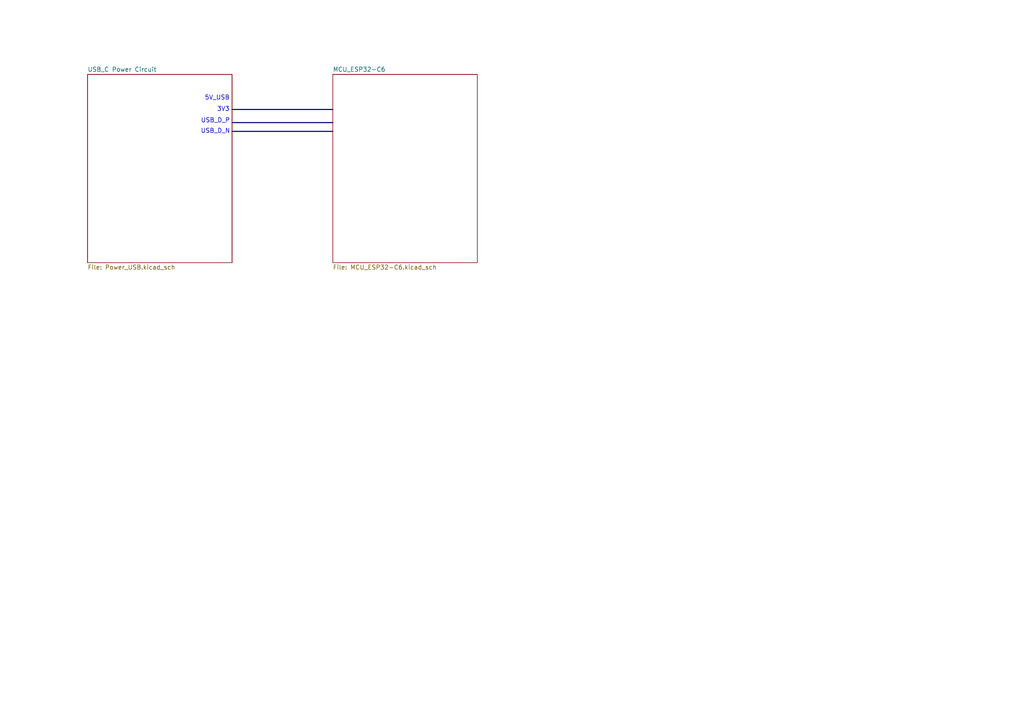
<source format=kicad_sch>
(kicad_sch
	(version 20231120)
	(generator "eeschema")
	(generator_version "8.0")
	(uuid "bd736b67-78b5-4b44-8bc5-938ac4442862")
	(paper "A4")
	(lib_symbols)
	(bus
		(pts
			(xy 67.31 38.1) (xy 96.52 38.1)
		)
		(stroke
			(width 0)
			(type default)
		)
		(uuid "4b6afdc5-9409-43a7-a06a-9f8151acd259")
	)
	(bus
		(pts
			(xy 67.31 35.56) (xy 96.52 35.56)
		)
		(stroke
			(width 0)
			(type default)
		)
		(uuid "73dcff14-0597-4b0f-b4e8-008eb88dde4d")
	)
	(bus
		(pts
			(xy 67.31 31.75) (xy 96.52 31.75)
		)
		(stroke
			(width 0)
			(type default)
		)
		(uuid "a4018fc8-1536-48a9-94d9-accc3421fad9")
	)
	(text "USB_D_P"
		(exclude_from_sim no)
		(at 62.484 35.052 0)
		(effects
			(font
				(size 1.27 1.27)
			)
		)
		(uuid "146d1ad1-c82d-45f3-a271-8c04d2a01462")
	)
	(text "3V3"
		(exclude_from_sim no)
		(at 64.77 31.75 0)
		(effects
			(font
				(size 1.27 1.27)
			)
		)
		(uuid "609a202c-fed8-4202-a01a-e6c8b5f4322a")
	)
	(text "5V_USB\n"
		(exclude_from_sim no)
		(at 62.992 28.448 0)
		(effects
			(font
				(size 1.27 1.27)
			)
		)
		(uuid "bcb61386-03fc-4c2d-8e4a-f4ebce4e0eda")
	)
	(text "USB_D_N\n"
		(exclude_from_sim no)
		(at 62.484 38.1 0)
		(effects
			(font
				(size 1.27 1.27)
			)
		)
		(uuid "e9ad9bfc-35e6-45f1-bd4a-541d7f1b30b9")
	)
	(sheet
		(at 96.52 21.59)
		(size 41.91 54.61)
		(fields_autoplaced yes)
		(stroke
			(width 0.1524)
			(type solid)
		)
		(fill
			(color 0 0 0 0.0000)
		)
		(uuid "b8a727f0-02b2-460a-b695-a6a0160c6f41")
		(property "Sheetname" "MCU_ESP32-C6"
			(at 96.52 20.8784 0)
			(effects
				(font
					(size 1.27 1.27)
				)
				(justify left bottom)
			)
		)
		(property "Sheetfile" "MCU_ESP32-C6.kicad_sch"
			(at 96.52 76.7846 0)
			(effects
				(font
					(size 1.27 1.27)
				)
				(justify left top)
			)
		)
		(instances
			(project "ESP32-C6_Controller"
				(path "/bd736b67-78b5-4b44-8bc5-938ac4442862"
					(page "2")
				)
			)
		)
	)
	(sheet
		(at 25.4 21.59)
		(size 41.91 54.61)
		(fields_autoplaced yes)
		(stroke
			(width 0.1524)
			(type solid)
		)
		(fill
			(color 0 0 0 0.0000)
		)
		(uuid "eac25d44-a0ca-4267-85ba-7ec959c2971b")
		(property "Sheetname" "USB_C Power Circuit"
			(at 25.4 20.8784 0)
			(effects
				(font
					(size 1.27 1.27)
				)
				(justify left bottom)
			)
		)
		(property "Sheetfile" "Power_USB.kicad_sch"
			(at 25.4 76.7846 0)
			(effects
				(font
					(size 1.27 1.27)
				)
				(justify left top)
			)
		)
		(instances
			(project "ESP32-C6_Controller"
				(path "/bd736b67-78b5-4b44-8bc5-938ac4442862"
					(page "3")
				)
			)
		)
	)
	(sheet_instances
		(path "/"
			(page "1")
		)
	)
)

</source>
